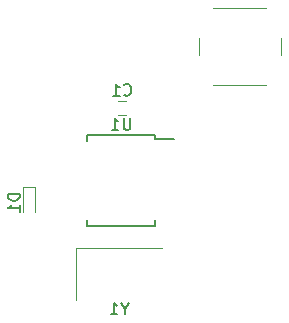
<source format=gbr>
G04 #@! TF.FileFunction,Legend,Bot*
%FSLAX46Y46*%
G04 Gerber Fmt 4.6, Leading zero omitted, Abs format (unit mm)*
G04 Created by KiCad (PCBNEW 4.0.7) date 07/17/18 16:46:28*
%MOMM*%
%LPD*%
G01*
G04 APERTURE LIST*
%ADD10C,0.100000*%
%ADD11C,0.120000*%
%ADD12C,0.150000*%
G04 APERTURE END LIST*
D10*
D11*
X151592800Y-101412600D02*
X152292800Y-101412600D01*
X152292800Y-100212600D02*
X151592800Y-100212600D01*
X143556100Y-107513600D02*
X144556100Y-107513600D01*
X144556100Y-107513600D02*
X144556100Y-109613600D01*
X143556100Y-107513600D02*
X143556100Y-109613600D01*
X164163500Y-98845000D02*
X159663500Y-98845000D01*
X165413500Y-94845000D02*
X165413500Y-96345000D01*
X159663500Y-92345000D02*
X164163500Y-92345000D01*
X158413500Y-96345000D02*
X158413500Y-94845000D01*
D12*
X154741600Y-103121700D02*
X154741600Y-103471700D01*
X148991600Y-103121700D02*
X148991600Y-103571700D01*
X148991600Y-110771700D02*
X148991600Y-110321700D01*
X154741600Y-110771700D02*
X154741600Y-110321700D01*
X154741600Y-103121700D02*
X148991600Y-103121700D01*
X154741600Y-110771700D02*
X148991600Y-110771700D01*
X154741600Y-103471700D02*
X156341600Y-103471700D01*
D11*
X148026100Y-117033400D02*
X148026100Y-112633400D01*
X148026100Y-112633400D02*
X155326100Y-112633400D01*
D12*
X152109466Y-99669743D02*
X152157085Y-99717362D01*
X152299942Y-99764981D01*
X152395180Y-99764981D01*
X152538038Y-99717362D01*
X152633276Y-99622124D01*
X152680895Y-99526886D01*
X152728514Y-99336410D01*
X152728514Y-99193552D01*
X152680895Y-99003076D01*
X152633276Y-98907838D01*
X152538038Y-98812600D01*
X152395180Y-98764981D01*
X152299942Y-98764981D01*
X152157085Y-98812600D01*
X152109466Y-98860219D01*
X151157085Y-99764981D02*
X151728514Y-99764981D01*
X151442800Y-99764981D02*
X151442800Y-98764981D01*
X151538038Y-98907838D01*
X151633276Y-99003076D01*
X151728514Y-99050695D01*
X143258481Y-108075505D02*
X142258481Y-108075505D01*
X142258481Y-108313600D01*
X142306100Y-108456458D01*
X142401338Y-108551696D01*
X142496576Y-108599315D01*
X142687052Y-108646934D01*
X142829910Y-108646934D01*
X143020386Y-108599315D01*
X143115624Y-108551696D01*
X143210862Y-108456458D01*
X143258481Y-108313600D01*
X143258481Y-108075505D01*
X143258481Y-109599315D02*
X143258481Y-109027886D01*
X143258481Y-109313600D02*
X142258481Y-109313600D01*
X142401338Y-109218362D01*
X142496576Y-109123124D01*
X142544195Y-109027886D01*
X152628505Y-101649081D02*
X152628505Y-102458605D01*
X152580886Y-102553843D01*
X152533267Y-102601462D01*
X152438029Y-102649081D01*
X152247552Y-102649081D01*
X152152314Y-102601462D01*
X152104695Y-102553843D01*
X152057076Y-102458605D01*
X152057076Y-101649081D01*
X151057076Y-102649081D02*
X151628505Y-102649081D01*
X151342791Y-102649081D02*
X151342791Y-101649081D01*
X151438029Y-101791938D01*
X151533267Y-101887176D01*
X151628505Y-101934795D01*
X152152291Y-117809590D02*
X152152291Y-118285781D01*
X152485624Y-117285781D02*
X152152291Y-117809590D01*
X151818957Y-117285781D01*
X150961814Y-118285781D02*
X151533243Y-118285781D01*
X151247529Y-118285781D02*
X151247529Y-117285781D01*
X151342767Y-117428638D01*
X151438005Y-117523876D01*
X151533243Y-117571495D01*
M02*

</source>
